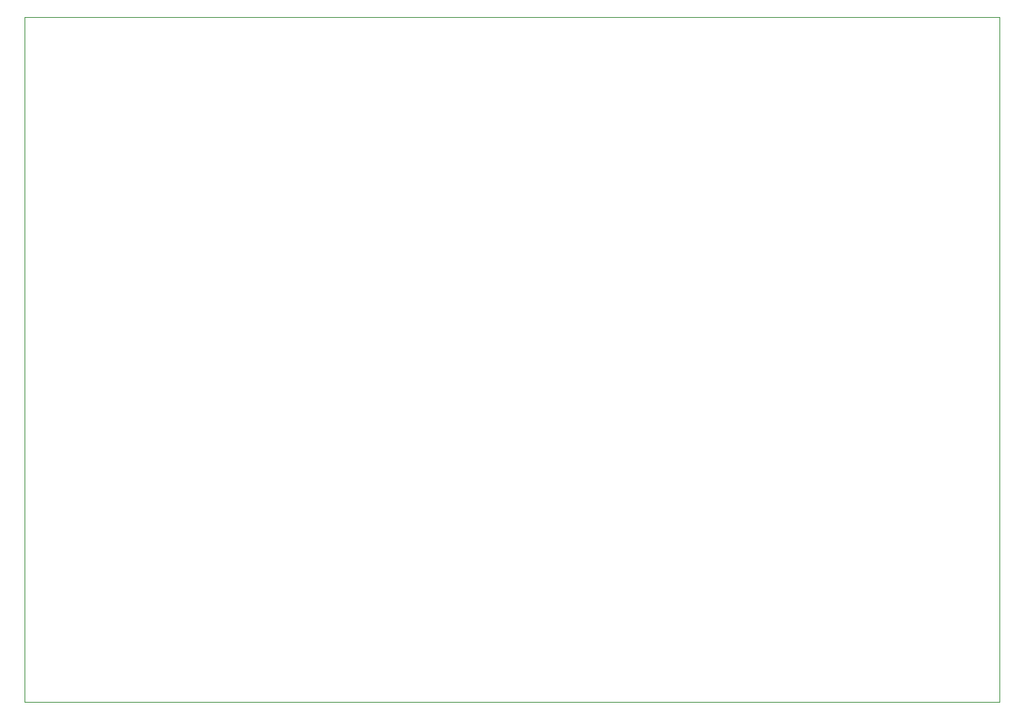
<source format=gbr>
%TF.GenerationSoftware,KiCad,Pcbnew,(5.1.6)-1*%
%TF.CreationDate,2020-09-01T19:54:01-04:00*%
%TF.ProjectId,autopilotv1,6175746f-7069-46c6-9f74-76312e6b6963,rev?*%
%TF.SameCoordinates,Original*%
%TF.FileFunction,Profile,NP*%
%FSLAX46Y46*%
G04 Gerber Fmt 4.6, Leading zero omitted, Abs format (unit mm)*
G04 Created by KiCad (PCBNEW (5.1.6)-1) date 2020-09-01 19:54:01*
%MOMM*%
%LPD*%
G01*
G04 APERTURE LIST*
%TA.AperFunction,Profile*%
%ADD10C,0.050000*%
%TD*%
G04 APERTURE END LIST*
D10*
X63000000Y-152000000D02*
X63000000Y-74000000D01*
X174000000Y-152000000D02*
X63000000Y-152000000D01*
X174000000Y-74000000D02*
X174000000Y-152000000D01*
X63000000Y-74000000D02*
X174000000Y-74000000D01*
M02*

</source>
